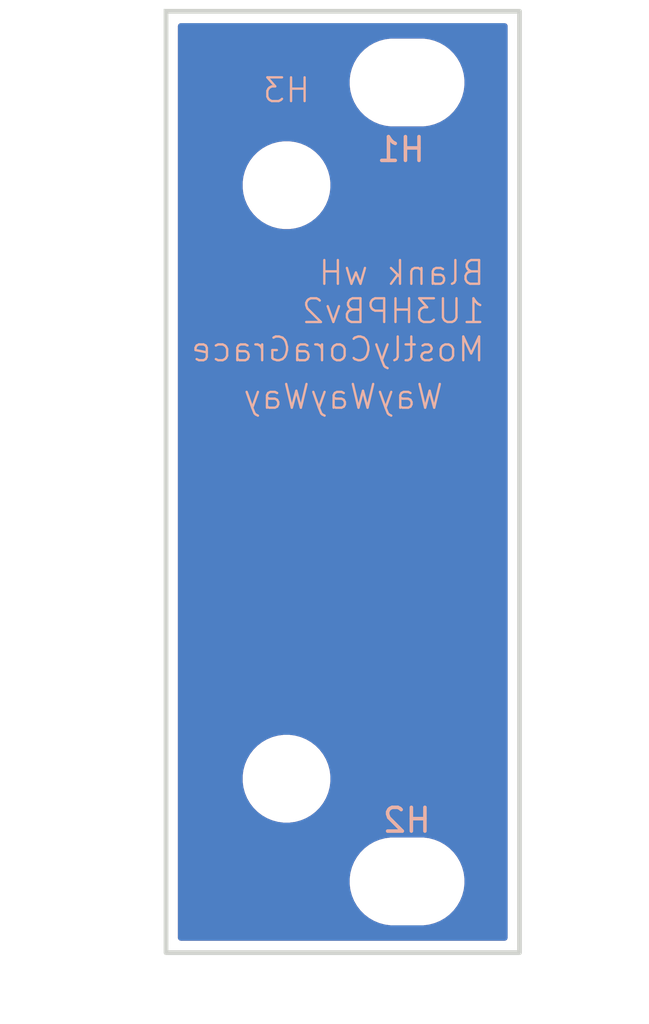
<source format=kicad_pcb>
(kicad_pcb (version 20241229) (generator "pcbnew") (generator_version "9.0")
  (layers (0 "F.Cu" signal) (2 "B.Cu" signal) (13 "F.Paste" user) (15 "B.Paste" user) (5 "F.SilkS" user "F.Silkscreen") (7 "B.SilkS" user "B.Silkscreen") (1 "F.Mask" user) (3 "B.Mask" user) (25 "Edge.Cuts" user))
  (net 0 "")
  (footprint "EXC:MountingHole_3.2mm_M3" (layer "F.Cu") (at 10.16 39.075)
    (property "Reference" "H2" (at 1.09 -2.575 0) (layer "B.SilkS") (effects (justify left mirror)))
    (property "Value" "Eurorack_M3_MountingHole")
    (pad "" np_thru_hole oval (at 0 0) (size 4.34 3.2) (drill oval 4.34 3.2) (layers "*.Cu" "*.Mask"))
  )
  (footprint "EXC:MountingHole_3.2mm_M3" (layer "F.Cu") (at 10.16 5.425)
    (property "Reference" "H1" (at 0.84 2.825 0) (layer "B.SilkS") (effects (justify left mirror)))
    (property "Value" "Eurorack_M3_MountingHole")
    (pad "" np_thru_hole oval (at 0 0) (size 4.34 3.2) (drill oval 4.34 3.2) (layers "*.Cu" "*.Mask"))
  )
  (footprint "EXC:Handle_1UM3P25_A" (layer "F.Cu") (at 5.08 9.75)
    (property "Reference" "H3" (at 0 -4 0) (layer "B.SilkS") (effects (font (thickness 0.1)) (justify mirror)))
    (property "Value" "Handle_1UM3P25_PanelMount_A")
    (pad "" np_thru_hole circle (at 0 0) (size 3.2 3.2) (drill 3.2) (layers "*.Cu" "*.Mask"))
    (pad "" np_thru_hole circle (at 0 25) (size 3.2 3.2) (drill 3.2) (layers "*.Cu" "*.Mask"))
  )
  (gr_rect (start 0 2.425) (end 14.9 42.075) (stroke (width 0.2)) (fill no) (layer "Edge.Cuts"))
  (gr_text "WayWayWay" (at 11.75 19.25 0) (layer "B.SilkS") (effects (font (size 1 1) (thickness 0.1)) (justify left bottom mirror)))
  (gr_text "Blank wH\n1U3HPBv2\nMostlyCoraGrace" (at 13.5 17.25 0) (layer "B.SilkS") (effects (font (size 1 1) (thickness 0.1)) (justify left bottom mirror)))
  (zone (net 0) (net_name "") (layers "F.Cu" "B.Cu") (connect_pads (clearance 0.5)) (min_thickness 0.25) (fill yes (thermal_gap 0.5) (thermal_bridge_width 0.5) (island_removal_mode 1) (island_area_min 10))
    (polygon (pts (xy 0 2.5) (xy 15 2.5) (xy 15 42) (xy 0 42)))
  )
)
</source>
